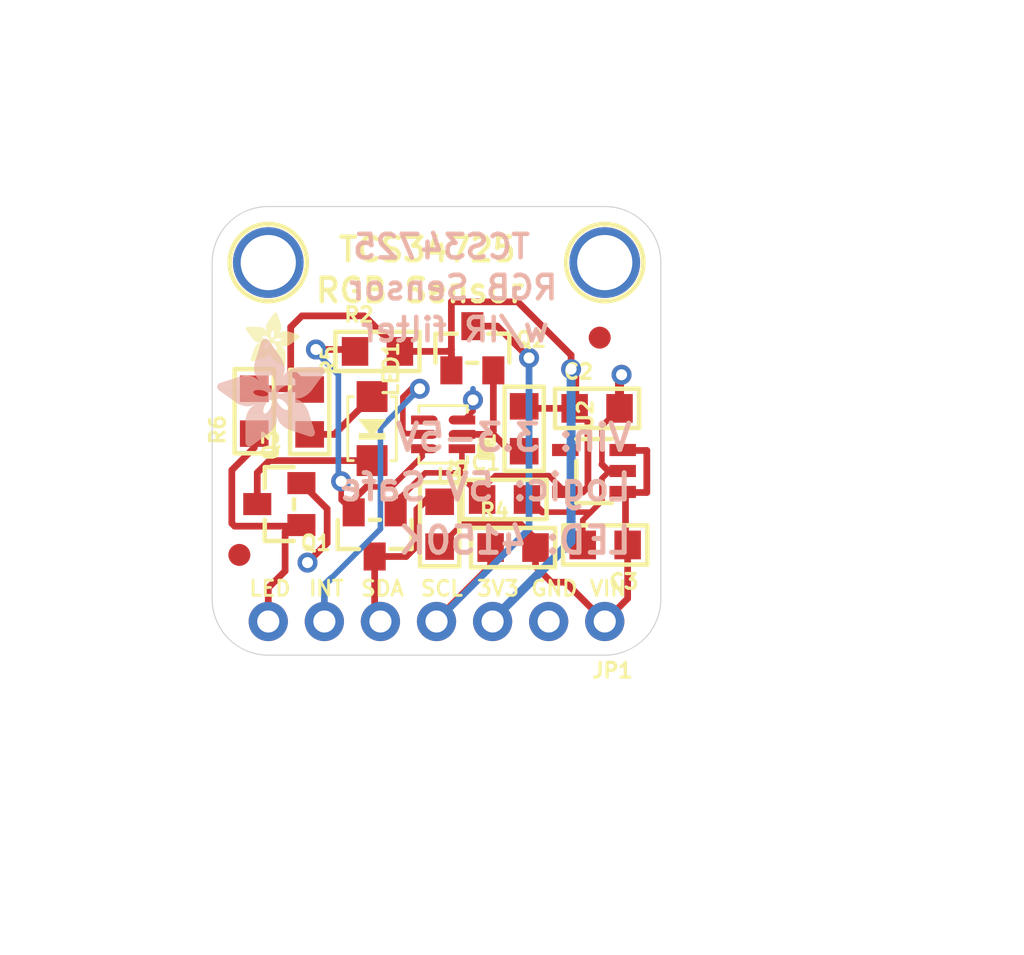
<source format=kicad_pcb>
(kicad_pcb (version 20211014) (generator pcbnew)
  (layers (0 "F.Cu" signal) (31 "B.Cu" signal) (34 "B.Paste" user) (35 "F.Paste" user) (36 "B.SilkS" user "B.Silkscreen") (37 "F.SilkS" user "F.Silkscreen") (38 "B.Mask" user) (39 "F.Mask" user) (44 "Edge.Cuts" user))
  (net 0 "")
  (net 1 "GND")
  (net 2 "SDA_3V")
  (net 3 "SCL_3V")
  (net 4 "SDA_5V")
  (net 5 "SCL_5V")
  (net 6 "VIN")
  (net 7 "INT")
  (net 8 "N$1")
  (net 9 "N$2")
  (net 10 "LED_EN")
  (net 11 "+3V3")
  (footprint "boardEagle:MOUNTINGHOLE_2.5_PLATED" (layer "F.Cu") (at 140.8811 97.3836 180)
    (fp_text reference "U$8" hide)
    (fp_text value "MOUNTINGHOLE2.5" hide)
    (pad "P$1" thru_hole circle (at 0 0 180) (size 3.2 3.2) (drill 2.5) (layers *.Cu *.Mask))
  )
  (footprint "boardEagle:FIDUCIAL_1MM" (layer "F.Cu") (at 139.5711 110.6236 180)
    (fp_text reference "FID2" hide)
    (fp_text value "FIDUCIAL\"\"" hide)
    (pad "1" smd roundrect (at 0 0 180) (size 1 1) (layers "F.Cu") (roundrect_rratio 0.5))
  )
  (footprint "boardEagle:_0805" (layer "F.Cu") (at 145.8271 101.4066)
    (fp_text reference "R2" (at -1.5875 -1.27) (layer "F.SilkS") (effects (font (size 0.666496 0.666496) (thickness 0.146304)) (justify left bottom)))
    (fp_text value "10K")
    (pad "1" smd rect (at -1.016 0) (size 1.2 1.3) (layers "F.Cu" "F.Paste" "F.Mask") (net 2 "SDA_3V"))
    (pad "2" smd rect (at 1.016 0) (size 1.2 1.3) (layers "F.Cu" "F.Paste" "F.Mask") (net 11 "+3V3"))
  )
  (footprint "boardEagle:_0805" (layer "F.Cu") (at 155.7741 103.9866)
    (fp_text reference "C2" (at -1.5875 -1.27) (layer "F.SilkS") (effects (font (size 0.666496 0.666496) (thickness 0.146304)) (justify left bottom)))
    (fp_text value "10µF")
    (pad "1" smd rect (at -1.016 0) (size 1.2 1.3) (layers "F.Cu" "F.Paste" "F.Mask") (net 11 "+3V3"))
    (pad "2" smd rect (at 1.016 0) (size 1.2 1.3) (layers "F.Cu" "F.Paste" "F.Mask") (net 1 "GND"))
  )
  (footprint "boardEagle:_0805" (layer "F.Cu") (at 140.2461 104.1146 90)
    (fp_text reference "R6" (at -1.5875 -1.27 90) (layer "F.SilkS") (effects (font (size 0.666496 0.666496) (thickness 0.146304)) (justify left bottom)))
    (fp_text value "10K")
    (pad "1" smd rect (at -1.016 0 90) (size 1.2 1.3) (layers "F.Cu" "F.Paste" "F.Mask") (net 10 "LED_EN"))
    (pad "2" smd rect (at 1.016 0 90) (size 1.2 1.3) (layers "F.Cu" "F.Paste" "F.Mask") (net 11 "+3V3"))
  )
  (footprint "boardEagle:SOT23-WIDE" (layer "F.Cu") (at 150.1251 101.2636)
    (fp_text reference "Q2" (at 1.905 0) (layer "F.SilkS") (effects (font (size 0.666496 0.666496) (thickness 0.146304)) (justify left bottom)))
    (fp_text value "BSS138")
    (pad "1" smd rect (at -0.95 1) (size 1 1.27) (layers "F.Cu" "F.Paste" "F.Mask") (net 11 "+3V3"))
    (pad "2" smd rect (at 0.95 1) (size 1 1.27) (layers "F.Cu" "F.Paste" "F.Mask") (net 3 "SCL_3V"))
    (pad "3" smd rect (at 0 -1) (size 1 1.27) (layers "F.Cu" "F.Paste" "F.Mask") (net 5 "SCL_5V"))
  )
  (footprint "boardEagle:SOT23-5" (layer "F.Cu") (at 155.6341 106.8226 90)
    (fp_text reference "U2" (at 1.778 0 90) (layer "F.SilkS") (effects (font (size 0.666496 0.666496) (thickness 0.146304)) (justify left bottom)))
    (fp_text value "RT9193")
    (pad "1" smd rect (at -0.95 1.3001 90) (size 0.55 1.2) (layers "F.Cu" "F.Paste" "F.Mask") (net 6 "VIN"))
    (pad "2" smd rect (at 0 1.3001 90) (size 0.55 1.2) (layers "F.Cu" "F.Paste" "F.Mask") (net 1 "GND"))
    (pad "3" smd rect (at 0.95 1.3001 90) (size 0.55 1.2) (layers "F.Cu" "F.Paste" "F.Mask") (net 6 "VIN"))
    (pad "4" smd rect (at 0.95 -1.3001 90) (size 0.55 1.2) (layers "F.Cu" "F.Paste" "F.Mask"))
    (pad "5" smd rect (at -0.95 -1.3001 90) (size 0.55 1.2) (layers "F.Cu" "F.Paste" "F.Mask") (net 11 "+3V3"))
  )
  (footprint "boardEagle:MOUNTINGHOLE_2.5_PLATED" (layer "F.Cu") (at 156.1211 97.3836 180)
    (fp_text reference "U$14" hide)
    (fp_text value "MOUNTINGHOLE2.5" hide)
    (pad "P$1" thru_hole circle (at 0 0 180) (size 3.2 3.2) (drill 2.5) (layers *.Cu *.Mask))
  )
  (footprint "boardEagle:_0805" (layer "F.Cu") (at 156.1421 110.1726 180)
    (fp_text reference "C3" (at -1.5875 -1.27 180) (layer "F.SilkS") (effects (font (size 0.666496 0.666496) (thickness 0.146304)) (justify right top)))
    (fp_text value "10µF")
    (pad "1" smd rect (at -1.016 0 180) (size 1.2 1.3) (layers "F.Cu" "F.Paste" "F.Mask") (net 6 "VIN"))
    (pad "2" smd rect (at 1.016 0 180) (size 1.2 1.3) (layers "F.Cu" "F.Paste" "F.Mask") (net 1 "GND"))
  )
  (footprint "boardEagle:SOT23-WIDE" (layer "F.Cu") (at 145.7001 109.6956 180)
    (fp_text reference "Q1" (at 1.905 0 180) (layer "F.SilkS") (effects (font (size 0.666496 0.666496) (thickness 0.146304)) (justify right top)))
    (fp_text value "BSS138")
    (pad "1" smd rect (at -0.95 1 180) (size 1 1.27) (layers "F.Cu" "F.Paste" "F.Mask") (net 11 "+3V3"))
    (pad "2" smd rect (at 0.95 1 180) (size 1 1.27) (layers "F.Cu" "F.Paste" "F.Mask") (net 2 "SDA_3V"))
    (pad "3" smd rect (at 0 -1 180) (size 1 1.27) (layers "F.Cu" "F.Paste" "F.Mask") (net 4 "SDA_5V"))
  )
  (footprint "boardEagle:TCS3472_FN6" (layer "F.Cu") (at 148.8011 105.1636 180)
    (fp_text reference "U1" (at -1.143 -1.52 180) (layer "F.SilkS") (effects (font (size 0.666496 0.666496) (thickness 0.146304)) (justify right top)))
    (fp_text value "TCS34725")
    (fp_poly (pts (xy 1.45 0.2) (xy 0.443417 0.2) (xy 0.349118 0.174733) (xy 0.275267 0.100882) (xy 0.248236 0) (xy 0.275267 -0.100882) (xy 0.349118 -0.174733) (xy 0.443417 -0.2) (xy 1.45 -0.2)) (layer "F.Cu") (width 0) (fill solid))
    (fp_poly (pts (xy -0.349118 0.475267) (xy -0.275267 0.549118) (xy -0.248236 0.65) (xy -0.275267 0.750882) (xy -0.349118 0.824733) (xy -0.443417 0.85) (xy -1.45 0.85) (xy -1.45 0.45) (xy -0.443417 0.45)) (layer "F.Cu") (width 0) (fill solid))
    (fp_poly (pts (xy 1.45 -0.45) (xy 0.443417 -0.45) (xy 0.349118 -0.475267) (xy 0.275267 -0.549118) (xy 0.248236 -0.65) (xy 0.275267 -0.750882) (xy 0.349118 -0.824733) (xy 0.443417 -0.85) (xy 1.45 -0.85)) (layer "F.Cu") (width 0) (fill solid))
    (fp_poly (pts (xy -0.349118 -0.174733) (xy -0.275267 -0.100882) (xy -0.248236 0) (xy -0.275267 0.100882) (xy -0.349118 0.174733) (xy -0.443417 0.2) (xy -1.45 0.2) (xy -1.45 -0.2) (xy -0.443417 -0.2)) (layer "F.Cu") (width 0) (fill solid))
    (fp_poly (pts (xy 1.45 0.85) (xy 0.443417 0.85) (xy 0.349118 0.824733) (xy 0.275267 0.750882) (xy 0.248236 0.65) (xy 0.275267 0.549118) (xy 0.349118 0.475267) (xy 0.443417 0.45) (xy 1.45 0.45)) (layer "F.Cu") (width 0) (fill solid))
    (pad "P$1" smd rect (at -0.85 -0.65 180) (size 1.2 0.4) (layers "F.Cu" "F.Paste" "F.Mask") (net 11 "+3V3"))
    (pad "P$2" smd rect (at -0.95 0 180) (size 1 0.4) (layers "F.Cu" "F.Paste" "F.Mask") (net 3 "SCL_3V"))
    (pad "P$3" smd rect (at -0.95 0.65 180) (size 1 0.4) (layers "F.Cu" "F.Paste" "F.Mask") (net 1 "GND"))
    (pad "P$4" smd rect (at 0.95 0.65 180) (size 1 0.4) (layers "F.Cu" "F.Paste" "F.Mask"))
    (pad "P$5" smd rect (at 0.95 0 180) (size 1 0.4) (layers "F.Cu" "F.Paste" "F.Mask") (net 7 "INT"))
    (pad "P$6" smd rect (at 0.95 -0.65 180) (size 1 0.4) (layers "F.Cu" "F.Paste" "F.Mask") (net 2 "SDA_3V"))
  )
  (footprint "boardEagle:FIDUCIAL_1MM" (layer "F.Cu") (at 155.8931 100.7836 180)
    (fp_text reference "FID1" hide)
    (fp_text value "FIDUCIAL\"\"" hide)
    (pad "1" smd roundrect (at 0 0 180) (size 1 1) (layers "F.Cu") (roundrect_rratio 0.5))
  )
  (footprint "boardEagle:1X07_ROUND_70" (layer "F.Cu") (at 148.5011 113.6396 180)
    (fp_text reference "JP1" (at -8.9662 -1.8288 180) (layer "F.SilkS") (effects (font (size 0.666496 0.666496) (thickness 0.146304)) (justify right top)))
    (fp_text value "")
    (pad "1" thru_hole circle (at -7.62 0 270) (size 1.778 1.778) (drill 1) (layers *.Cu *.Mask) (net 6 "VIN"))
    (pad "2" thru_hole circle (at -5.08 0 270) (size 1.778 1.778) (drill 1) (layers *.Cu *.Mask) (net 1 "GND"))
    (pad "3" thru_hole circle (at -2.54 0 270) (size 1.778 1.778) (drill 1) (layers *.Cu *.Mask) (net 11 "+3V3"))
    (pad "4" thru_hole circle (at 0 0 270) (size 1.778 1.778) (drill 1) (layers *.Cu *.Mask) (net 5 "SCL_5V"))
    (pad "5" thru_hole circle (at 2.54 0 270) (size 1.778 1.778) (drill 1) (layers *.Cu *.Mask) (net 4 "SDA_5V"))
    (pad "6" thru_hole circle (at 5.08 0 270) (size 1.778 1.778) (drill 1) (layers *.Cu *.Mask) (net 7 "INT"))
    (pad "7" thru_hole circle (at 7.62 0 270) (size 1.778 1.778) (drill 1) (layers *.Cu *.Mask) (net 10 "LED_EN"))
  )
  (footprint "boardEagle:ADAFRUIT_2.5MM" (layer "F.Cu") (at 139.8651 102.0826)
    (fp_text reference "U$2" hide)
    (fp_text value "" hide)
  )
  (footprint "boardEagle:EVERLIGHT_45-21" (layer "F.Cu") (at 145.5821 104.9016 -90)
    (fp_text reference "LED1" (at -1.375 -1.25 -90) (layer "F.SilkS") (effects (font (size 0.666496 0.666496) (thickness 0.146304)) (justify left bottom)))
    (fp_text value "45-21/LK2C-B38452C4CB2/2T")
    (pad "A" smd rect (at -1.45 0 270) (size 1.4 1.4) (layers "F.Cu" "F.Paste" "F.Mask") (net 9 "N$2"))
    (pad "K" smd rect (at 1.45 0 270) (size 1.4 1.4) (layers "F.Cu" "F.Paste" "F.Mask") (net 8 "N$1"))
  )
  (footprint "boardEagle:_0805" (layer "F.Cu") (at 148.6431 109.2326 -90)
    (fp_text reference "R3" (at -1.5875 -1.27 -90) (layer "F.SilkS") (effects (font (size 0.666496 0.666496) (thickness 0.146304)) (justify left bottom)))
    (fp_text value "10K")
    (pad "1" smd rect (at -1.016 0 270) (size 1.2 1.3) (layers "F.Cu" "F.Paste" "F.Mask") (net 4 "SDA_5V"))
    (pad "2" smd rect (at 1.016 0 270) (size 1.2 1.3) (layers "F.Cu" "F.Paste" "F.Mask") (net 6 "VIN"))
  )
  (footprint "boardEagle:_0805" (layer "F.Cu") (at 151.5831 108.1136)
    (fp_text reference "C1" (at -1.5875 -1.27) (layer "F.SilkS") (effects (font (size 0.666496 0.666496) (thickness 0.146304)) (justify left bottom)))
    (fp_text value "0.1µF")
    (pad "1" smd rect (at -1.016 0) (size 1.2 1.3) (layers "F.Cu" "F.Paste" "F.Mask") (net 11 "+3V3"))
    (pad "2" smd rect (at 1.016 0) (size 1.2 1.3) (layers "F.Cu" "F.Paste" "F.Mask") (net 1 "GND"))
  )
  (footprint "boardEagle:_0805" (layer "F.Cu") (at 142.7561 104.1486 -90)
    (fp_text reference "R5" (at -1.5875 -1.27 -90) (layer "F.SilkS") (effects (font (size 0.666496 0.666496) (thickness 0.146304)) (justify left bottom)))
    (fp_text value "TBD")
    (pad "1" smd rect (at -1.016 0 270) (size 1.2 1.3) (layers "F.Cu" "F.Paste" "F.Mask") (net 11 "+3V3"))
    (pad "2" smd rect (at 1.016 0 270) (size 1.2 1.3) (layers "F.Cu" "F.Paste" "F.Mask") (net 9 "N$2"))
  )
  (footprint "boardEagle:_0805" (layer "F.Cu") (at 152.4711 104.9106 90)
    (fp_text reference "R1" (at -1.5875 -1.27 90) (layer "F.SilkS") (effects (font (size 0.666496 0.666496) (thickness 0.146304)) (justify left bottom)))
    (fp_text value "10K")
    (pad "1" smd rect (at -1.016 0 90) (size 1.2 1.3) (layers "F.Cu" "F.Paste" "F.Mask") (net 3 "SCL_3V"))
    (pad "2" smd rect (at 1.016 0 90) (size 1.2 1.3) (layers "F.Cu" "F.Paste" "F.Mask") (net 11 "+3V3"))
  )
  (footprint "boardEagle:SOT23-WIDE" (layer "F.Cu") (at 141.3821 108.3216 90)
    (fp_text reference "Q3" (at 1.905 0 90) (layer "F.SilkS") (effects (font (size 0.666496 0.666496) (thickness 0.146304)) (justify left bottom)))
    (fp_text value "BSS138")
    (pad "1" smd rect (at -0.95 1 90) (size 1 1.27) (layers "F.Cu" "F.Paste" "F.Mask") (net 10 "LED_EN"))
    (pad "2" smd rect (at 0.95 1 90) (size 1 1.27) (layers "F.Cu" "F.Paste" "F.Mask") (net 1 "GND"))
    (pad "3" smd rect (at 0 -1 90) (size 1 1.27) (layers "F.Cu" "F.Paste" "F.Mask") (net 8 "N$1"))
  )
  (footprint "boardEagle:_0805" (layer "F.Cu") (at 151.9681 110.2906)
    (fp_text reference "R4" (at -1.5875 -1.27) (layer "F.SilkS") (effects (font (size 0.666496 0.666496) (thickness 0.146304)) (justify left bottom)))
    (fp_text value "10K")
    (pad "1" smd rect (at -1.016 0) (size 1.2 1.3) (layers "F.Cu" "F.Paste" "F.Mask") (net 5 "SCL_5V"))
    (pad "2" smd rect (at 1.016 0) (size 1.2 1.3) (layers "F.Cu" "F.Paste" "F.Mask") (net 6 "VIN"))
  )
  (footprint "boardEagle:ADAFRUIT_5MM" (layer "B.Cu") (at 143.4401 105.7026 180)
    (fp_text reference "U$18" hide)
    (fp_text value "" hide)
  )
  (gr_line (start 156.1211 94.8436) (end 140.8811 94.8436) (layer "Edge.Cuts") (width 0.05))
  (gr_line (start 138.3411 97.3836) (end 138.3411 112.6236) (layer "Edge.Cuts") (width 0.05))
  (gr_arc (start 138.3411 97.3836) (mid 139.085049 95.587549) (end 140.8811 94.8436) (layer "Edge.Cuts") (width 0.05))
  (gr_arc (start 140.8811 115.1636) (mid 139.085049 114.419651) (end 138.3411 112.6236) (layer "Edge.Cuts") (width 0.05))
  (gr_line (start 140.8811 115.1636) (end 156.1211 115.1636) (layer "Edge.Cuts") (width 0.05))
  (gr_arc (start 156.1211 94.8436) (mid 157.917151 95.587549) (end 158.6611 97.3836) (layer "Edge.Cuts") (width 0.05))
  (gr_line (start 158.6611 112.6236) (end 158.6611 97.3836) (layer "Edge.Cuts") (width 0.05))
  (gr_arc (start 158.6611 112.6236) (mid 157.917151 114.419651) (end 156.1211 115.1636) (layer "Edge.Cuts") (width 0.05))
  (gr_text "TCS34725" (at 152.8501 97.2906) (layer "B.SilkS") (effects (font (size 1.0668 1.0668) (thickness 0.2032)) (justify left bottom mirror)))
  (gr_text "Logic: 5V Safe" (at 157.4361 108.2506) (layer "B.SilkS") (effects (font (size 1.194816 1.194816) (thickness 0.227584)) (justify left bottom mirror)))
  (gr_text "Vin: 3.3-5V" (at 157.4681 106.0046) (layer "B.SilkS") (effects (font (size 1.194816 1.194816) (thickness 0.227584)) (justify left bottom mirror)))
  (gr_text "RGB Sensor" (at 154.0931 99.1446) (layer "B.SilkS") (effects (font (size 1.0668 1.0668) (thickness 0.2032)) (justify left bottom mirror)))
  (gr_text "w/IR filter" (at 153.7121 101.0496) (layer "B.SilkS") (effects (font (size 1.0668 1.0668) (thickness 0.2032)) (justify left bottom mirror)))
  (gr_text "LED: 4150K" (at 157.4361 110.6636) (layer "B.SilkS") (effects (font (size 1.194816 1.194816) (thickness 0.227584)) (justify left bottom mirror)))
  (gr_text "SDA" (at 145.0071 112.5446) (layer "F.SilkS") (effects (font (size 0.682752 0.682752) (thickness 0.130048)) (justify left bottom)))
  (gr_text "RGB Sensor" (at 142.9171 99.2716) (layer "F.SilkS") (effects (font (size 1.0668 1.0668) (thickness 0.2032)) (justify left bottom)))
  (gr_text "3V3" (at 150.2611 112.5446) (layer "F.SilkS") (effects (font (size 0.682752 0.682752) (thickness 0.130048)) (justify left bottom)))
  (gr_text "INT" (at 142.6471 112.5446) (layer "F.SilkS") (effects (font (size 0.682752 0.682752) (thickness 0.130048)) (justify left bottom)))
  (gr_text "VIN" (at 155.3741 112.5446) (layer "F.SilkS") (effects (font (size 0.682752 0.682752) (thickness 0.130048)) (justify left bottom)))
  (gr_text "SCL" (at 147.7141 112.5446) (layer "F.SilkS") (effects (font (size 0.682752 0.682752) (thickness 0.130048)) (justify left bottom)))
  (gr_text "TCS34725" (at 143.9601 97.4176) (layer "F.SilkS") (effects (font (size 1.0668 1.0668) (thickness 0.2032)) (justify left bottom)))
  (gr_text "LED" (at 139.9471 112.5446) (layer "F.SilkS") (effects (font (size 0.682752 0.682752) (thickness 0.130048)) (justify left bottom)))
  (gr_text "GND" (at 152.7141 112.5446) (layer "F.SilkS") (effects (font (size 0.682752 0.682752) (thickness 0.130048)) (justify left bottom)))
  (segment (start 143.5481 110.0836) (end 142.6591 110.9726) (width 0.3048) (layer "F.Cu") (net 1))
  (segment (start 155.9941 106.5276) (end 155.9941 104.7826) (width 0.254) (layer "F.Cu") (net 1))
  (segment (start 155.9941 107.1626) (end 155.9941 108.1786) (width 0.254) (layer "F.Cu") (net 1))
  (segment (start 155.9941 108.1786) (end 155.4861 108.6866) (width 0.254) (layer "F.Cu") (net 1))
  (segment (start 155.1261 109.0466) (end 155.1261 110.1726) (width 0.254) (layer "F.Cu") (net 1))
  (segment (start 153.2991 108.6866) (end 155.4861 108.6866) (width 0.254) (layer "F.Cu") (net 1))
  (segment (start 142.3821 107.3716) (end 143.5481 108.5376) (width 0.3048) (layer "F.Cu") (net 1))
  (segment (start 156.9342 106.8226) (end 156.4161 106.8226) (width 0.254) (layer "F.Cu") (net 1))
  (segment (start 156.3341 106.8226) (end 155.9941 107.1626) (width 0.254) (layer "F.Cu") (net 1))
  (segment (start 155.9941 104.7826) (end 156.7901 103.9866) (width 0.254) (layer "F.Cu") (net 1))
  (segment (start 156.4161 106.8226) (end 156.3341 106.8226) (width 0.254) (layer "F.Cu") (net 1))
  (segment (start 149.7511 104.5136) (end 150.1521 104.1126) (width 0.254) (layer "F.Cu") (net 1))
  (segment (start 150.1521 104.1126) (end 150.1521 103.6066) (width 0.254) (layer "F.Cu") (net 1))
  (segment (start 156.8831 102.4636) (end 156.7901 102.5566) (width 0.4064) (layer "F.Cu") (net 1))
  (segment (start 155.4861 108.6866) (end 155.1261 109.0466) (width 0.254) (layer "F.Cu") (net 1))
  (segment (start 153.2991 108.6866) (end 152.8531 108.2406) (width 0.3048) (layer "F.Cu") (net 1))
  (segment (start 156.7901 102.5566) (end 156.7901 103.9866) (width 0.4064) (layer "F.Cu") (net 1))
  (segment (start 156.4161 106.8226) (end 156.2891 106.8226) (width 0.3048) (layer "F.Cu") (net 1))
  (segment (start 156.2891 106.8226) (end 155.9941 106.5276) (width 0.3048) (layer "F.Cu") (net 1))
  (segment (start 143.5481 108.5376) (end 143.5481 110.0836) (width 0.3048) (layer "F.Cu") (net 1))
  (segment (start 152.8531 108.2406) (end 152.5991 108.1136) (width 0.3048) (layer "F.Cu") (net 1))
  (via (at 142.6591 110.9726) (size 0.9064) (drill 0.5) (layers "F.Cu" "B.Cu") (net 1))
  (via (at 150.1521 103.6066) (size 0.9064) (drill 0.5) (layers "F.Cu" "B.Cu") (net 1))
  (via (at 156.8831 102.4636) (size 0.9064) (drill 0.5) (layers "F.Cu" "B.Cu") (net 1))
  (segment (start 150.1521 103.6066) (end 150.1521 103.0986) (width 0.254) (layer "B.Cu") (net 1))
  (segment (start 142.5321 111.0996) (end 142.7861 111.0996) (width 0.3048) (layer "B.Cu") (net 1))
  (segment (start 142.6591 110.9726) (end 142.5321 111.0996) (width 0.3048) (layer "B.Cu") (net 1))
  (segment (start 144.1831 108.1286) (end 144.7501 108.6956) (width 0.254) (layer "F.Cu") (net 2))
  (segment (start 145.3261 107.5436) (end 146.4691 107.5436) (width 0.254) (layer "F.Cu") (net 2))
  (segment (start 143.0401 101.3206) (end 144.7251 101.3206) (width 0.3048) (layer "F.Cu") (net 2))
  (segment (start 145.3261 107.5436) (end 144.7501 108.1196) (width 0.3048) (layer "F.Cu") (net 2))
  (segment (start 144.7251 101.3206) (end 144.8111 101.4066) (width 0.3048) (layer "F.Cu") (net 2))
  (segment (start 147.8511 106.1616) (end 147.8511 105.8136) (width 0.254) (layer "F.Cu") (net 2))
  (segment (start 144.7501 108.6956) (end 144.7501 108.6276) (width 0.254) (layer "F.Cu") (net 2))
  (segment (start 144.1831 107.2896) (end 144.1831 108.1286) (width 0.254) (layer "F.Cu") (net 2))
  (segment (start 144.7501 108.1196) (end 144.7501 108.6956) (width 0.3048) (layer "F.Cu") (net 2))
  (segment (start 146.4691 107.5436) (end 147.8511 106.1616) (width 0.254) (layer "F.Cu") (net 2))
  (via (at 143.0401 101.3206) (size 0.9064) (drill 0.5) (layers "F.Cu" "B.Cu") (net 2))
  (via (at 144.1831 107.2896) (size 0.9064) (drill 0.5) (layers "F.Cu" "B.Cu") (net 2))
  (segment (start 143.0401 101.3206) (end 143.0401 101.4476) (width 0.254) (layer "B.Cu") (net 2))
  (segment (start 143.0401 101.4476) (end 144.0561 102.4636) (width 0.254) (layer "B.Cu") (net 2))
  (segment (start 144.0561 102.4636) (end 144.0561 107.1626) (width 0.254) (layer "B.Cu") (net 2))
  (segment (start 144.0561 107.1626) (end 144.1831 107.2896) (width 0.254) (layer "B.Cu") (net 2))
  (segment (start 152.6321 105.7656) (end 152.4711 105.9266) (width 0.3048) (layer "F.Cu") (net 3))
  (segment (start 151.0751 105.0026) (end 150.9141 105.1636) (width 0.3048) (layer "F.Cu") (net 3))
  (segment (start 151.0741 105.1636) (end 151.6761 105.7656) (width 0.3048) (layer "F.Cu") (net 3))
  (segment (start 149.7511 105.1636) (end 150.9141 105.1636) (width 0.3048) (layer "F.Cu") (net 3))
  (segment (start 151.0751 102.2636) (end 151.0751 105.0026) (width 0.3048) (layer "F.Cu") (net 3))
  (segment (start 151.6761 105.7656) (end 152.6321 105.7656) (width 0.3048) (layer "F.Cu") (net 3))
  (segment (start 150.9141 105.1636) (end 151.0741 105.1636) (width 0.3048) (layer "F.Cu") (net 3))
  (segment (start 145.7001 113.3786) (end 145.7001 110.6956) (width 0.3048) (layer "F.Cu") (net 4))
  (segment (start 145.7001 110.6956) (end 147.1271 110.6956) (width 0.3048) (layer "F.Cu") (net 4))
  (segment (start 148.4781 108.0516) (end 148.6431 108.2166) (width 0.3048) (layer "F.Cu") (net 4))
  (segment (start 148.1201 108.0516) (end 148.4781 108.0516) (width 0.3048) (layer "F.Cu") (net 4))
  (segment (start 147.1271 110.6956) (end 147.6121 110.2106) (width 0.3048) (layer "F.Cu") (net 4))
  (segment (start 145.7001 113.3786) (end 145.9611 113.6396) (width 0.3048) (layer "F.Cu") (net 4))
  (segment (start 147.6121 110.2106) (end 147.6121 108.5596) (width 0.3048) (layer "F.Cu") (net 4))
  (segment (start 147.6121 108.5596) (end 148.1201 108.0516) (width 0.3048) (layer "F.Cu") (net 4))
  (segment (start 148.5011 113.5636) (end 148.5011 113.6396) (width 0.3048) (layer "F.Cu") (net 5))
  (segment (start 150.9521 111.1126) (end 148.5011 113.5636) (width 0.3048) (layer "F.Cu") (net 5))
  (segment (start 151.2541 100.2636) (end 152.6921 101.7016) (width 0.3048) (layer "F.Cu") (net 5))
  (segment (start 150.1251 100.2636) (end 151.2541 100.2636) (width 0.3048) (layer "F.Cu") (net 5))
  (segment (start 150.9521 111.1126) (end 150.9521 110.2906) (width 0.3048) (layer "F.Cu") (net 5))
  (via (at 152.6921 101.7016) (size 0.9064) (drill 0.5) (layers "F.Cu" "B.Cu") (net 5))
  (segment (start 152.6921 101.7016) (end 152.6921 109.4486) (width 0.3048) (layer "B.Cu") (net 5))
  (segment (start 152.6921 109.4486) (end 148.5011 113.6396) (width 0.3048) (layer "B.Cu") (net 5))
  (segment (start 157.1581 112.6026) (end 157.1581 110.1726) (width 0.3048) (layer "F.Cu") (net 6))
  (segment (start 149.6971 109.1946) (end 152.3111 109.1946) (width 0.254) (layer "F.Cu") (net 6))
  (segment (start 157.0612 107.8996) (end 157.0612 110.0757) (width 0.3048) (layer "F.Cu") (net 6))
  (segment (start 157.2952 105.8926) (end 158.0261 105.8926) (width 0.3048) (layer "F.Cu") (net 6))
  (segment (start 156.9342 105.8726) (end 157.2752 105.8726) (width 0.3048) (layer "F.Cu") (net 6))
  (segment (start 158.0261 105.8926) (end 158.0261 107.7976) (width 0.3048) (layer "F.Cu") (net 6))
  (segment (start 152.3111 109.1946) (end 152.9841 109.8676) (width 0.254) (layer "F.Cu") (net 6))
  (segment (start 158.0261 107.7976) (end 156.9592 107.7976) (width 0.3048) (layer "F.Cu") (net 6))
  (segment (start 152.9841 110.2906) (end 152.9841 111.1376) (width 0.3048) (layer "F.Cu") (net 6))
  (segment (start 157.1581 112.6026) (end 156.1211 113.6396) (width 0.3048) (layer "F.Cu") (net 6))
  (segment (start 152.9841 109.8676) (end 152.9841 110.2906) (width 0.254) (layer "F.Cu") (net 6))
  (segment (start 154.3431 111.8616) (end 156.1211 113.6396) (width 0.3048) (layer "F.Cu") (net 6))
  (segment (start 152.9841 111.1376) (end 153.7081 111.8616) (width 0.3048) (layer "F.Cu") (net 6))
  (segment (start 157.0612 110.0757) (end 157.1581 110.1726) (width 0.3048) (layer "F.Cu") (net 6))
  (segment (start 153.7081 111.8616) (end 154.3431 111.8616) (width 0.3048) (layer "F.Cu") (net 6))
  (segment (start 157.2752 105.8726) (end 157.2952 105.8926) (width 0.3048) (layer "F.Cu") (net 6))
  (segment (start 148.6431 110.2486) (end 149.6971 109.1946) (width 0.254) (layer "F.Cu") (net 6))
  (segment (start 157.0612 107.8996) (end 156.9342 107.7726) (width 0.3048) (layer "F.Cu") (net 6))
  (segment (start 156.9592 107.7976) (end 156.9342 107.7726) (width 0.3048) (layer "F.Cu") (net 6))
  (segment (start 146.9771 105.0036) (end 146.9771 103.4796) (width 0.254) (layer "F.Cu") (net 7))
  (segment (start 146.9771 103.4796) (end 147.3581 103.0986) (width 0.254) (layer "F.Cu") (net 7))
  (segment (start 147.8181 105.1306) (end 147.1041 105.1306) (width 0.254) (layer "F.Cu") (net 7))
  (segment (start 147.1041 105.1306) (end 146.9771 105.0036) (width 0.254) (layer "F.Cu") (net 7))
  (segment (start 147.8511 105.1636) (end 147.8181 105.1306) (width 0.254) (layer "F.Cu") (net 7))
  (segment (start 147.3581 103.0986) (end 147.7391 103.0986) (width 0.254) (layer "F.Cu") (net 7))
  (via (at 147.7391 103.0986) (size 0.9064) (drill 0.5) (layers "F.Cu" "B.Cu") (net 7))
  (segment (start 145.9611 109.4486) (end 143.7211 111.6886) (width 0.254) (layer "B.Cu") (net 7))
  (segment (start 147.7391 103.0986) (end 145.9611 104.8766) (width 0.254) (layer "B.Cu") (net 7))
  (segment (start 145.9611 104.8766) (end 145.9611 109.4486) (width 0.254) (layer "B.Cu") (net 7))
  (segment (start 143.4211 111.9886) (end 143.4211 113.6396) (width 0.3048) (layer "B.Cu") (net 7))
  (segment (start 143.7211 111.6886) (end 143.4211 111.9886) (width 0.3048) (layer "B.Cu") (net 7))
  (segment (start 140.3821 108.3216) (end 140.3821 106.8996) (width 0.3048) (layer "F.Cu") (net 8))
  (segment (start 140.3821 106.8996) (end 140.9301 106.3516) (width 0.3048) (layer "F.Cu") (net 8))
  (segment (start 140.9301 106.3516) (end 145.5821 106.3516) (width 0.3048) (layer "F.Cu") (net 8))
  (segment (start 143.8691 105.1646) (end 145.5821 103.4516) (width 0.3048) (layer "F.Cu") (net 9))
  (segment (start 142.7561 105.1646) (end 143.8691 105.1646) (width 0.3048) (layer "F.Cu") (net 9))
  (segment (start 140.2461 105.7656) (end 140.2461 105.1306) (width 0.3048) (layer "F.Cu") (net 10))
  (segment (start 139.2301 106.7816) (end 140.2461 105.7656) (width 0.3048) (layer "F.Cu") (net 10))
  (segment (start 140.8811 112.1156) (end 141.6431 111.3536) (width 0.3048) (layer "F.Cu") (net 10))
  (segment (start 141.6431 109.5756) (end 141.8971 109.3216) (width 0.3048) (layer "F.Cu") (net 10))
  (segment (start 142.3821 109.2716) (end 142.3321 109.3216) (width 0.3048) (layer "F.Cu") (net 10))
  (segment (start 141.8971 109.3216) (end 139.3571 109.3216) (width 0.3048) (layer "F.Cu") (net 10))
  (segment (start 139.3571 109.3216) (end 139.2301 109.1946) (width 0.3048) (layer "F.Cu") (net 10))
  (segment (start 142.3321 109.3216) (end 141.8971 109.3216) (width 0.3048) (layer "F.Cu") (net 10))
  (segment (start 141.6431 111.3536) (end 141.6431 109.5756) (width 0.3048) (layer "F.Cu") (net 10))
  (segment (start 140.8811 113.6396) (end 140.8811 112.1156) (width 0.3048) (layer "F.Cu") (net 10))
  (segment (start 139.2301 109.1946) (end 139.2301 106.7816) (width 0.3048) (layer "F.Cu") (net 10))
  (segment (start 149.6511 106.7466) (end 149.4891 106.9086) (width 0.254) (layer "F.Cu") (net 11))
  (segment (start 141.8971 102.2736) (end 141.8971 100.3046) (width 0.3048) (layer "F.Cu") (net 11))
  (segment (start 155.3591 104.5876) (end 155.3591 107.5436) (width 0.3048) (layer "F.Cu") (net 11))
  (segment (start 154.334 107.7726) (end 153.597 107.0356) (width 0.254) (layer "F.Cu") (net 11))
  (segment (start 149.0501 101.4066) (end 149.1361 101.3206) (width 0.3048) (layer "F.Cu") (net 11))
  (segment (start 152.5631 103.9866) (end 154.7581 103.9866) (width 0.3048) (layer "F.Cu") (net 11))
  (segment (start 149.1751 101.3206) (end 149.1751 99.1616) (width 0.3048) (layer "F.Cu") (net 11))
  (segment (start 155.1301 107.7726) (end 154.334 107.7726) (width 0.3048) (layer "F.Cu") (net 11))
  (segment (start 151.1681 107.0356) (end 150.6601 107.5436) (width 0.254) (layer "F.Cu") (net 11))
  (segment (start 154.5971 102.2096) (end 154.7581 102.3706) (width 0.4064) (layer "F.Cu") (net 11))
  (segment (start 149.1751 101.4866) (end 149.1751 102.2636) (width 0.3048) (layer "F.Cu") (net 11))
  (segment (start 149.1751 99.1616) (end 152.1841 99.1616) (width 0.3048) (layer "F.Cu") (net 11))
  (segment (start 145.2331 99.7966) (end 146.8431 101.4066) (width 0.3048) (layer "F.Cu") (net 11))
  (segment (start 147.9931 106.9086) (end 149.4891 106.9086) (width 0.254) (layer "F.Cu") (net 11))
  (segment (start 149.6511 105.8136) (end 149.6511 106.7466) (width 0.254) (layer "F.Cu") (net 11))
  (segment (start 154.5971 101.5746) (end 154.5971 102.2096) (width 0.3048) (layer "F.Cu") (net 11))
  (segment (start 141.8971 100.3046) (end 142.4051 99.7966) (width 0.3048) (layer "F.Cu") (net 11))
  (segment (start 146.9041 107.9976) (end 146.9041 108.4416) (width 0.3048) (layer "F.Cu") (net 11))
  (segment (start 154.7581 102.3706) (end 154.7581 103.9866) (width 0.4064) (layer "F.Cu") (net 11))
  (segment (start 154.7581 103.9866) (end 155.3591 104.5876) (width 0.3048) (layer "F.Cu") (net 11))
  (segment (start 150.5671 107.6706) (end 150.5671 108.1136) (width 0.254) (layer "F.Cu") (net 11))
  (segment (start 152.4711 103.8946) (end 152.5631 103.9866) (width 0.3048) (layer "F.Cu") (net 11))
  (segment (start 146.9041 107.9976) (end 147.9931 106.9086) (width 0.254) (layer "F.Cu") (net 11))
  (segment (start 155.3591 107.5436) (end 155.1301 107.7726) (width 0.3048) (layer "F.Cu") (net 11))
  (segment (start 150.6601 107.5436) (end 150.5671 107.6706) (width 0.254) (layer "F.Cu") (net 11))
  (segment (start 146.9041 108.4416) (end 146.6501 108.6956) (width 0.3048) (layer "F.Cu") (net 11))
  (segment (start 149.4891 106.9086) (end 150.6941 108.1136) (width 0.3048) (layer "F.Cu") (net 11))
  (segment (start 150.6941 108.1136) (end 150.5671 108.1136) (width 0.3048) (layer "F.Cu") (net 11))
  (segment (start 142.7561 103.1326) (end 141.8971 102.2736) (width 0.3048) (layer "F.Cu") (net 11))
  (segment (start 149.1361 101.3206) (end 149.1751 101.3206) (width 0.3048) (layer "F.Cu") (net 11))
  (segment (start 142.4051 99.7966) (end 145.2331 99.7966) (width 0.3048) (layer "F.Cu") (net 11))
  (segment (start 140.2461 103.0986) (end 142.7221 103.0986) (width 0.3048) (layer "F.Cu") (net 11))
  (segment (start 154.5971 101.5746) (end 152.1841 99.1616) (width 0.3048) (layer "F.Cu") (net 11))
  (segment (start 153.597 107.0356) (end 151.1681 107.0356) (width 0.254) (layer "F.Cu") (net 11))
  (segment (start 142.7221 103.0986) (end 142.7561 103.1326) (width 0.3048) (layer "F.Cu") (net 11))
  (segment (start 146.8431 101.4066) (end 149.0501 101.4066) (width 0.3048) (layer "F.Cu") (net 11))
  (segment (start 149.1751 102.2636) (end 149.1751 101.3206) (width 0.3048) (layer "F.Cu") (net 11))
  (via (at 154.5971 102.2096) (size 0.9064) (drill 0.5) (layers "F.Cu" "B.Cu") (net 11))
  (segment (start 154.5971 110.0076) (end 151.0411 113.5636) (width 0.4064) (layer "B.Cu") (net 11))
  (segment (start 151.0411 113.5636) (end 151.0411 113.6396) (width 0.4064) (layer "B.Cu") (net 11))
  (segment (start 154.5971 110.0076) (end 154.5971 102.2096) (width 0.4064) (layer "B.Cu") (net 11))
)
</source>
